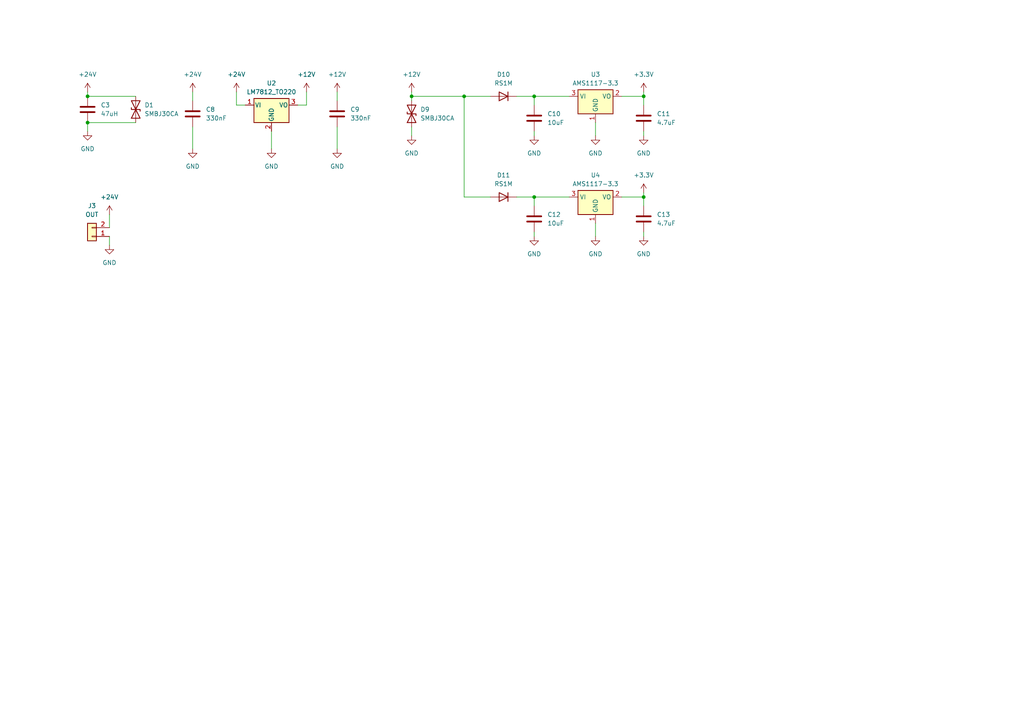
<source format=kicad_sch>
(kicad_sch (version 20230121) (generator eeschema)

  (uuid 328691ab-e5e1-4a53-aaf9-ee7db384a88e)

  (paper "A4")

  (lib_symbols
    (symbol "Connector_Generic:Conn_01x02" (pin_names (offset 1.016) hide) (in_bom yes) (on_board yes)
      (property "Reference" "J" (at 0 2.54 0)
        (effects (font (size 1.27 1.27)))
      )
      (property "Value" "Conn_01x02" (at 0 -5.08 0)
        (effects (font (size 1.27 1.27)))
      )
      (property "Footprint" "" (at 0 0 0)
        (effects (font (size 1.27 1.27)) hide)
      )
      (property "Datasheet" "~" (at 0 0 0)
        (effects (font (size 1.27 1.27)) hide)
      )
      (property "ki_keywords" "connector" (at 0 0 0)
        (effects (font (size 1.27 1.27)) hide)
      )
      (property "ki_description" "Generic connector, single row, 01x02, script generated (kicad-library-utils/schlib/autogen/connector/)" (at 0 0 0)
        (effects (font (size 1.27 1.27)) hide)
      )
      (property "ki_fp_filters" "Connector*:*_1x??_*" (at 0 0 0)
        (effects (font (size 1.27 1.27)) hide)
      )
      (symbol "Conn_01x02_1_1"
        (rectangle (start -1.27 -2.413) (end 0 -2.667)
          (stroke (width 0.1524) (type default))
          (fill (type none))
        )
        (rectangle (start -1.27 0.127) (end 0 -0.127)
          (stroke (width 0.1524) (type default))
          (fill (type none))
        )
        (rectangle (start -1.27 1.27) (end 1.27 -3.81)
          (stroke (width 0.254) (type default))
          (fill (type background))
        )
        (pin passive line (at -5.08 0 0) (length 3.81)
          (name "Pin_1" (effects (font (size 1.27 1.27))))
          (number "1" (effects (font (size 1.27 1.27))))
        )
        (pin passive line (at -5.08 -2.54 0) (length 3.81)
          (name "Pin_2" (effects (font (size 1.27 1.27))))
          (number "2" (effects (font (size 1.27 1.27))))
        )
      )
    )
    (symbol "Device:C" (pin_numbers hide) (pin_names (offset 0.254)) (in_bom yes) (on_board yes)
      (property "Reference" "C" (at 0.635 2.54 0)
        (effects (font (size 1.27 1.27)) (justify left))
      )
      (property "Value" "C" (at 0.635 -2.54 0)
        (effects (font (size 1.27 1.27)) (justify left))
      )
      (property "Footprint" "" (at 0.9652 -3.81 0)
        (effects (font (size 1.27 1.27)) hide)
      )
      (property "Datasheet" "~" (at 0 0 0)
        (effects (font (size 1.27 1.27)) hide)
      )
      (property "ki_keywords" "cap capacitor" (at 0 0 0)
        (effects (font (size 1.27 1.27)) hide)
      )
      (property "ki_description" "Unpolarized capacitor" (at 0 0 0)
        (effects (font (size 1.27 1.27)) hide)
      )
      (property "ki_fp_filters" "C_*" (at 0 0 0)
        (effects (font (size 1.27 1.27)) hide)
      )
      (symbol "C_0_1"
        (polyline
          (pts
            (xy -2.032 -0.762)
            (xy 2.032 -0.762)
          )
          (stroke (width 0.508) (type default))
          (fill (type none))
        )
        (polyline
          (pts
            (xy -2.032 0.762)
            (xy 2.032 0.762)
          )
          (stroke (width 0.508) (type default))
          (fill (type none))
        )
      )
      (symbol "C_1_1"
        (pin passive line (at 0 3.81 270) (length 2.794)
          (name "~" (effects (font (size 1.27 1.27))))
          (number "1" (effects (font (size 1.27 1.27))))
        )
        (pin passive line (at 0 -3.81 90) (length 2.794)
          (name "~" (effects (font (size 1.27 1.27))))
          (number "2" (effects (font (size 1.27 1.27))))
        )
      )
    )
    (symbol "Device:D" (pin_numbers hide) (pin_names (offset 1.016) hide) (in_bom yes) (on_board yes)
      (property "Reference" "D" (at 0 2.54 0)
        (effects (font (size 1.27 1.27)))
      )
      (property "Value" "D" (at 0 -2.54 0)
        (effects (font (size 1.27 1.27)))
      )
      (property "Footprint" "" (at 0 0 0)
        (effects (font (size 1.27 1.27)) hide)
      )
      (property "Datasheet" "~" (at 0 0 0)
        (effects (font (size 1.27 1.27)) hide)
      )
      (property "Sim.Device" "D" (at 0 0 0)
        (effects (font (size 1.27 1.27)) hide)
      )
      (property "Sim.Pins" "1=K 2=A" (at 0 0 0)
        (effects (font (size 1.27 1.27)) hide)
      )
      (property "ki_keywords" "diode" (at 0 0 0)
        (effects (font (size 1.27 1.27)) hide)
      )
      (property "ki_description" "Diode" (at 0 0 0)
        (effects (font (size 1.27 1.27)) hide)
      )
      (property "ki_fp_filters" "TO-???* *_Diode_* *SingleDiode* D_*" (at 0 0 0)
        (effects (font (size 1.27 1.27)) hide)
      )
      (symbol "D_0_1"
        (polyline
          (pts
            (xy -1.27 1.27)
            (xy -1.27 -1.27)
          )
          (stroke (width 0.254) (type default))
          (fill (type none))
        )
        (polyline
          (pts
            (xy 1.27 0)
            (xy -1.27 0)
          )
          (stroke (width 0) (type default))
          (fill (type none))
        )
        (polyline
          (pts
            (xy 1.27 1.27)
            (xy 1.27 -1.27)
            (xy -1.27 0)
            (xy 1.27 1.27)
          )
          (stroke (width 0.254) (type default))
          (fill (type none))
        )
      )
      (symbol "D_1_1"
        (pin passive line (at -3.81 0 0) (length 2.54)
          (name "K" (effects (font (size 1.27 1.27))))
          (number "1" (effects (font (size 1.27 1.27))))
        )
        (pin passive line (at 3.81 0 180) (length 2.54)
          (name "A" (effects (font (size 1.27 1.27))))
          (number "2" (effects (font (size 1.27 1.27))))
        )
      )
    )
    (symbol "Device:D_TVS" (pin_numbers hide) (pin_names (offset 1.016) hide) (in_bom yes) (on_board yes)
      (property "Reference" "D" (at 0 2.54 0)
        (effects (font (size 1.27 1.27)))
      )
      (property "Value" "D_TVS" (at 0 -2.54 0)
        (effects (font (size 1.27 1.27)))
      )
      (property "Footprint" "" (at 0 0 0)
        (effects (font (size 1.27 1.27)) hide)
      )
      (property "Datasheet" "~" (at 0 0 0)
        (effects (font (size 1.27 1.27)) hide)
      )
      (property "ki_keywords" "diode TVS thyrector" (at 0 0 0)
        (effects (font (size 1.27 1.27)) hide)
      )
      (property "ki_description" "Bidirectional transient-voltage-suppression diode" (at 0 0 0)
        (effects (font (size 1.27 1.27)) hide)
      )
      (property "ki_fp_filters" "TO-???* *_Diode_* *SingleDiode* D_*" (at 0 0 0)
        (effects (font (size 1.27 1.27)) hide)
      )
      (symbol "D_TVS_0_1"
        (polyline
          (pts
            (xy 1.27 0)
            (xy -1.27 0)
          )
          (stroke (width 0) (type default))
          (fill (type none))
        )
        (polyline
          (pts
            (xy 0.508 1.27)
            (xy 0 1.27)
            (xy 0 -1.27)
            (xy -0.508 -1.27)
          )
          (stroke (width 0.254) (type default))
          (fill (type none))
        )
        (polyline
          (pts
            (xy -2.54 1.27)
            (xy -2.54 -1.27)
            (xy 2.54 1.27)
            (xy 2.54 -1.27)
            (xy -2.54 1.27)
          )
          (stroke (width 0.254) (type default))
          (fill (type none))
        )
      )
      (symbol "D_TVS_1_1"
        (pin passive line (at -3.81 0 0) (length 2.54)
          (name "A1" (effects (font (size 1.27 1.27))))
          (number "1" (effects (font (size 1.27 1.27))))
        )
        (pin passive line (at 3.81 0 180) (length 2.54)
          (name "A2" (effects (font (size 1.27 1.27))))
          (number "2" (effects (font (size 1.27 1.27))))
        )
      )
    )
    (symbol "Regulator_Linear:AMS1117-3.3" (in_bom yes) (on_board yes)
      (property "Reference" "U" (at -3.81 3.175 0)
        (effects (font (size 1.27 1.27)))
      )
      (property "Value" "AMS1117-3.3" (at 0 3.175 0)
        (effects (font (size 1.27 1.27)) (justify left))
      )
      (property "Footprint" "Package_TO_SOT_SMD:SOT-223-3_TabPin2" (at 0 5.08 0)
        (effects (font (size 1.27 1.27)) hide)
      )
      (property "Datasheet" "http://www.advanced-monolithic.com/pdf/ds1117.pdf" (at 2.54 -6.35 0)
        (effects (font (size 1.27 1.27)) hide)
      )
      (property "ki_keywords" "linear regulator ldo fixed positive" (at 0 0 0)
        (effects (font (size 1.27 1.27)) hide)
      )
      (property "ki_description" "1A Low Dropout regulator, positive, 3.3V fixed output, SOT-223" (at 0 0 0)
        (effects (font (size 1.27 1.27)) hide)
      )
      (property "ki_fp_filters" "SOT?223*TabPin2*" (at 0 0 0)
        (effects (font (size 1.27 1.27)) hide)
      )
      (symbol "AMS1117-3.3_0_1"
        (rectangle (start -5.08 -5.08) (end 5.08 1.905)
          (stroke (width 0.254) (type default))
          (fill (type background))
        )
      )
      (symbol "AMS1117-3.3_1_1"
        (pin power_in line (at 0 -7.62 90) (length 2.54)
          (name "GND" (effects (font (size 1.27 1.27))))
          (number "1" (effects (font (size 1.27 1.27))))
        )
        (pin power_out line (at 7.62 0 180) (length 2.54)
          (name "VO" (effects (font (size 1.27 1.27))))
          (number "2" (effects (font (size 1.27 1.27))))
        )
        (pin power_in line (at -7.62 0 0) (length 2.54)
          (name "VI" (effects (font (size 1.27 1.27))))
          (number "3" (effects (font (size 1.27 1.27))))
        )
      )
    )
    (symbol "Regulator_Linear:LM7812_TO220" (pin_names (offset 0.254)) (in_bom yes) (on_board yes)
      (property "Reference" "U" (at -3.81 3.175 0)
        (effects (font (size 1.27 1.27)))
      )
      (property "Value" "LM7812_TO220" (at 0 3.175 0)
        (effects (font (size 1.27 1.27)) (justify left))
      )
      (property "Footprint" "Package_TO_SOT_THT:TO-220-3_Vertical" (at 0 5.715 0)
        (effects (font (size 1.27 1.27) italic) hide)
      )
      (property "Datasheet" "https://www.onsemi.cn/PowerSolutions/document/MC7800-D.PDF" (at 0 -1.27 0)
        (effects (font (size 1.27 1.27)) hide)
      )
      (property "ki_keywords" "Voltage Regulator 1A Positive" (at 0 0 0)
        (effects (font (size 1.27 1.27)) hide)
      )
      (property "ki_description" "Positive 1A 35V Linear Regulator, Fixed Output 12V, TO-220" (at 0 0 0)
        (effects (font (size 1.27 1.27)) hide)
      )
      (property "ki_fp_filters" "TO?220*" (at 0 0 0)
        (effects (font (size 1.27 1.27)) hide)
      )
      (symbol "LM7812_TO220_0_1"
        (rectangle (start -5.08 1.905) (end 5.08 -5.08)
          (stroke (width 0.254) (type default))
          (fill (type background))
        )
      )
      (symbol "LM7812_TO220_1_1"
        (pin power_in line (at -7.62 0 0) (length 2.54)
          (name "VI" (effects (font (size 1.27 1.27))))
          (number "1" (effects (font (size 1.27 1.27))))
        )
        (pin power_in line (at 0 -7.62 90) (length 2.54)
          (name "GND" (effects (font (size 1.27 1.27))))
          (number "2" (effects (font (size 1.27 1.27))))
        )
        (pin power_out line (at 7.62 0 180) (length 2.54)
          (name "VO" (effects (font (size 1.27 1.27))))
          (number "3" (effects (font (size 1.27 1.27))))
        )
      )
    )
    (symbol "power:+12V" (power) (pin_names (offset 0)) (in_bom yes) (on_board yes)
      (property "Reference" "#PWR" (at 0 -3.81 0)
        (effects (font (size 1.27 1.27)) hide)
      )
      (property "Value" "+12V" (at 0 3.556 0)
        (effects (font (size 1.27 1.27)))
      )
      (property "Footprint" "" (at 0 0 0)
        (effects (font (size 1.27 1.27)) hide)
      )
      (property "Datasheet" "" (at 0 0 0)
        (effects (font (size 1.27 1.27)) hide)
      )
      (property "ki_keywords" "global power" (at 0 0 0)
        (effects (font (size 1.27 1.27)) hide)
      )
      (property "ki_description" "Power symbol creates a global label with name \"+12V\"" (at 0 0 0)
        (effects (font (size 1.27 1.27)) hide)
      )
      (symbol "+12V_0_1"
        (polyline
          (pts
            (xy -0.762 1.27)
            (xy 0 2.54)
          )
          (stroke (width 0) (type default))
          (fill (type none))
        )
        (polyline
          (pts
            (xy 0 0)
            (xy 0 2.54)
          )
          (stroke (width 0) (type default))
          (fill (type none))
        )
        (polyline
          (pts
            (xy 0 2.54)
            (xy 0.762 1.27)
          )
          (stroke (width 0) (type default))
          (fill (type none))
        )
      )
      (symbol "+12V_1_1"
        (pin power_in line (at 0 0 90) (length 0) hide
          (name "+12V" (effects (font (size 1.27 1.27))))
          (number "1" (effects (font (size 1.27 1.27))))
        )
      )
    )
    (symbol "power:+24V" (power) (pin_names (offset 0)) (in_bom yes) (on_board yes)
      (property "Reference" "#PWR" (at 0 -3.81 0)
        (effects (font (size 1.27 1.27)) hide)
      )
      (property "Value" "+24V" (at 0 3.556 0)
        (effects (font (size 1.27 1.27)))
      )
      (property "Footprint" "" (at 0 0 0)
        (effects (font (size 1.27 1.27)) hide)
      )
      (property "Datasheet" "" (at 0 0 0)
        (effects (font (size 1.27 1.27)) hide)
      )
      (property "ki_keywords" "global power" (at 0 0 0)
        (effects (font (size 1.27 1.27)) hide)
      )
      (property "ki_description" "Power symbol creates a global label with name \"+24V\"" (at 0 0 0)
        (effects (font (size 1.27 1.27)) hide)
      )
      (symbol "+24V_0_1"
        (polyline
          (pts
            (xy -0.762 1.27)
            (xy 0 2.54)
          )
          (stroke (width 0) (type default))
          (fill (type none))
        )
        (polyline
          (pts
            (xy 0 0)
            (xy 0 2.54)
          )
          (stroke (width 0) (type default))
          (fill (type none))
        )
        (polyline
          (pts
            (xy 0 2.54)
            (xy 0.762 1.27)
          )
          (stroke (width 0) (type default))
          (fill (type none))
        )
      )
      (symbol "+24V_1_1"
        (pin power_in line (at 0 0 90) (length 0) hide
          (name "+24V" (effects (font (size 1.27 1.27))))
          (number "1" (effects (font (size 1.27 1.27))))
        )
      )
    )
    (symbol "power:+3.3V" (power) (pin_names (offset 0)) (in_bom yes) (on_board yes)
      (property "Reference" "#PWR" (at 0 -3.81 0)
        (effects (font (size 1.27 1.27)) hide)
      )
      (property "Value" "+3.3V" (at 0 3.556 0)
        (effects (font (size 1.27 1.27)))
      )
      (property "Footprint" "" (at 0 0 0)
        (effects (font (size 1.27 1.27)) hide)
      )
      (property "Datasheet" "" (at 0 0 0)
        (effects (font (size 1.27 1.27)) hide)
      )
      (property "ki_keywords" "global power" (at 0 0 0)
        (effects (font (size 1.27 1.27)) hide)
      )
      (property "ki_description" "Power symbol creates a global label with name \"+3.3V\"" (at 0 0 0)
        (effects (font (size 1.27 1.27)) hide)
      )
      (symbol "+3.3V_0_1"
        (polyline
          (pts
            (xy -0.762 1.27)
            (xy 0 2.54)
          )
          (stroke (width 0) (type default))
          (fill (type none))
        )
        (polyline
          (pts
            (xy 0 0)
            (xy 0 2.54)
          )
          (stroke (width 0) (type default))
          (fill (type none))
        )
        (polyline
          (pts
            (xy 0 2.54)
            (xy 0.762 1.27)
          )
          (stroke (width 0) (type default))
          (fill (type none))
        )
      )
      (symbol "+3.3V_1_1"
        (pin power_in line (at 0 0 90) (length 0) hide
          (name "+3.3V" (effects (font (size 1.27 1.27))))
          (number "1" (effects (font (size 1.27 1.27))))
        )
      )
    )
    (symbol "power:GND" (power) (pin_names (offset 0)) (in_bom yes) (on_board yes)
      (property "Reference" "#PWR" (at 0 -6.35 0)
        (effects (font (size 1.27 1.27)) hide)
      )
      (property "Value" "GND" (at 0 -3.81 0)
        (effects (font (size 1.27 1.27)))
      )
      (property "Footprint" "" (at 0 0 0)
        (effects (font (size 1.27 1.27)) hide)
      )
      (property "Datasheet" "" (at 0 0 0)
        (effects (font (size 1.27 1.27)) hide)
      )
      (property "ki_keywords" "global power" (at 0 0 0)
        (effects (font (size 1.27 1.27)) hide)
      )
      (property "ki_description" "Power symbol creates a global label with name \"GND\" , ground" (at 0 0 0)
        (effects (font (size 1.27 1.27)) hide)
      )
      (symbol "GND_0_1"
        (polyline
          (pts
            (xy 0 0)
            (xy 0 -1.27)
            (xy 1.27 -1.27)
            (xy 0 -2.54)
            (xy -1.27 -1.27)
            (xy 0 -1.27)
          )
          (stroke (width 0) (type default))
          (fill (type none))
        )
      )
      (symbol "GND_1_1"
        (pin power_in line (at 0 0 270) (length 0) hide
          (name "GND" (effects (font (size 1.27 1.27))))
          (number "1" (effects (font (size 1.27 1.27))))
        )
      )
    )
  )

  (junction (at 25.4 27.94) (diameter 0) (color 0 0 0 0)
    (uuid 34546b25-2b71-4ee1-83fe-7e94719b076d)
  )
  (junction (at 154.94 27.94) (diameter 0) (color 0 0 0 0)
    (uuid 40651f4f-0ec8-424f-9934-9ab450be1435)
  )
  (junction (at 186.69 57.15) (diameter 0) (color 0 0 0 0)
    (uuid 7e32b914-1a51-4219-8482-2b6eb48e5730)
  )
  (junction (at 134.62 27.94) (diameter 0) (color 0 0 0 0)
    (uuid 81a9040a-e6fa-42c8-b12e-d25875e7f2cc)
  )
  (junction (at 119.38 27.94) (diameter 0) (color 0 0 0 0)
    (uuid b7cea20a-49b4-47a2-bd8d-ff8910f322f1)
  )
  (junction (at 154.94 57.15) (diameter 0) (color 0 0 0 0)
    (uuid d8da5277-34d1-4697-9926-715c80f684f2)
  )
  (junction (at 25.4 35.56) (diameter 0) (color 0 0 0 0)
    (uuid ebcae6e0-7606-471c-aad0-2a52467538c6)
  )
  (junction (at 186.69 27.94) (diameter 0) (color 0 0 0 0)
    (uuid f9131b4f-9d18-4639-b444-b701ae6ae03c)
  )

  (wire (pts (xy 186.69 38.1) (xy 186.69 39.37))
    (stroke (width 0) (type default))
    (uuid 0f4bab55-c7c4-4ed4-ad11-64842ca79a51)
  )
  (wire (pts (xy 180.34 57.15) (xy 186.69 57.15))
    (stroke (width 0) (type default))
    (uuid 10bf3e4e-620b-4dbb-8cae-c7c3b0ccd1b1)
  )
  (wire (pts (xy 186.69 27.94) (xy 186.69 30.48))
    (stroke (width 0) (type default))
    (uuid 13ef12a8-ee82-4f87-bae8-5d4410ef9d62)
  )
  (wire (pts (xy 25.4 26.67) (xy 25.4 27.94))
    (stroke (width 0) (type default))
    (uuid 17966fde-f946-4ee5-b8b7-c3aa6d8bdc25)
  )
  (wire (pts (xy 149.86 57.15) (xy 154.94 57.15))
    (stroke (width 0) (type default))
    (uuid 1c2e4123-7000-4bb0-916c-1c73dbd77f48)
  )
  (wire (pts (xy 25.4 35.56) (xy 39.37 35.56))
    (stroke (width 0) (type default))
    (uuid 1d6b654c-c5e4-4723-a359-9de1b21e5ad6)
  )
  (wire (pts (xy 88.9 26.67) (xy 88.9 30.48))
    (stroke (width 0) (type default))
    (uuid 2e48f849-1305-49a7-b1d6-1279121ce00e)
  )
  (wire (pts (xy 97.79 26.67) (xy 97.79 29.21))
    (stroke (width 0) (type default))
    (uuid 336c7680-2245-4afb-ba26-56571a5989bb)
  )
  (wire (pts (xy 31.75 68.58) (xy 31.75 71.12))
    (stroke (width 0) (type default))
    (uuid 3708d2f9-4abc-4d5a-a5b4-3ddd672c1ebf)
  )
  (wire (pts (xy 154.94 68.58) (xy 154.94 67.31))
    (stroke (width 0) (type default))
    (uuid 3eed3ab2-485c-4114-ac9b-7d9d0ee2bc21)
  )
  (wire (pts (xy 68.58 26.67) (xy 68.58 30.48))
    (stroke (width 0) (type default))
    (uuid 421cba22-17a9-45e7-a4e6-f0805af9fb08)
  )
  (wire (pts (xy 88.9 30.48) (xy 86.36 30.48))
    (stroke (width 0) (type default))
    (uuid 42ceb792-9066-456b-a11c-1a1f12258c38)
  )
  (wire (pts (xy 154.94 27.94) (xy 165.1 27.94))
    (stroke (width 0) (type default))
    (uuid 451fd1a7-f0bc-44e1-9cba-aae36827e7ce)
  )
  (wire (pts (xy 154.94 27.94) (xy 154.94 30.48))
    (stroke (width 0) (type default))
    (uuid 45a55dc3-7e95-414f-b993-4962b032f3a3)
  )
  (wire (pts (xy 172.72 64.77) (xy 172.72 68.58))
    (stroke (width 0) (type default))
    (uuid 48447737-eec0-47b0-bf8d-5ec7a0b99bb3)
  )
  (wire (pts (xy 119.38 27.94) (xy 134.62 27.94))
    (stroke (width 0) (type default))
    (uuid 4951ed21-2520-4311-84aa-37842ccdf11f)
  )
  (wire (pts (xy 78.74 38.1) (xy 78.74 43.18))
    (stroke (width 0) (type default))
    (uuid 59d27f5a-38d8-461f-ae5f-69b566a2d3ed)
  )
  (wire (pts (xy 55.88 36.83) (xy 55.88 43.18))
    (stroke (width 0) (type default))
    (uuid 5d9608c4-830f-4f59-b544-9e4123ad52c4)
  )
  (wire (pts (xy 154.94 57.15) (xy 165.1 57.15))
    (stroke (width 0) (type default))
    (uuid 65a85d5d-1283-41b5-9cc8-85106efab164)
  )
  (wire (pts (xy 31.75 62.23) (xy 31.75 66.04))
    (stroke (width 0) (type default))
    (uuid 67229add-0f80-470a-8ea2-b64cd82ecc73)
  )
  (wire (pts (xy 55.88 26.67) (xy 55.88 29.21))
    (stroke (width 0) (type default))
    (uuid 6c8ece8a-f602-4c82-8fb4-fa8fe0302b74)
  )
  (wire (pts (xy 25.4 35.56) (xy 25.4 38.1))
    (stroke (width 0) (type default))
    (uuid 6d8b9f24-7bbc-42d8-accb-97d94a5c13a8)
  )
  (wire (pts (xy 186.69 26.67) (xy 186.69 27.94))
    (stroke (width 0) (type default))
    (uuid 720360e5-40be-4b29-92de-4b60ae101b0e)
  )
  (wire (pts (xy 172.72 35.56) (xy 172.72 39.37))
    (stroke (width 0) (type default))
    (uuid 736025c7-bf06-408e-814f-ebee206a96cf)
  )
  (wire (pts (xy 68.58 30.48) (xy 71.12 30.48))
    (stroke (width 0) (type default))
    (uuid 80f24255-7e2b-4838-a0e5-89dd423bb34b)
  )
  (wire (pts (xy 180.34 27.94) (xy 186.69 27.94))
    (stroke (width 0) (type default))
    (uuid 88949c9c-3a92-497a-b987-e30d4ecdb357)
  )
  (wire (pts (xy 186.69 57.15) (xy 186.69 59.69))
    (stroke (width 0) (type default))
    (uuid 922d6138-cbf0-4a5c-9d5c-313f8058f131)
  )
  (wire (pts (xy 134.62 27.94) (xy 142.24 27.94))
    (stroke (width 0) (type default))
    (uuid 9901bfff-b793-4687-9078-cc63153f30fb)
  )
  (wire (pts (xy 149.86 27.94) (xy 154.94 27.94))
    (stroke (width 0) (type default))
    (uuid af68e413-f414-4103-bcea-39a0f2a93fd5)
  )
  (wire (pts (xy 154.94 39.37) (xy 154.94 38.1))
    (stroke (width 0) (type default))
    (uuid b96c9104-9587-41ae-83d0-ee474238af16)
  )
  (wire (pts (xy 97.79 36.83) (xy 97.79 43.18))
    (stroke (width 0) (type default))
    (uuid c99495d9-034b-4028-b3b7-8cd4b463fd17)
  )
  (wire (pts (xy 119.38 26.67) (xy 119.38 27.94))
    (stroke (width 0) (type default))
    (uuid cafc8166-b9f5-4d2d-9d19-3e5b90e36841)
  )
  (wire (pts (xy 134.62 57.15) (xy 134.62 27.94))
    (stroke (width 0) (type default))
    (uuid cbec2d3a-fbd4-47be-9940-76b1ae5f6f9c)
  )
  (wire (pts (xy 186.69 67.31) (xy 186.69 68.58))
    (stroke (width 0) (type default))
    (uuid d547feaa-cd20-4ae8-9562-2bb66648762d)
  )
  (wire (pts (xy 142.24 57.15) (xy 134.62 57.15))
    (stroke (width 0) (type default))
    (uuid dbe08efe-6b62-4df7-9923-285e0f54835e)
  )
  (wire (pts (xy 119.38 36.83) (xy 119.38 39.37))
    (stroke (width 0) (type default))
    (uuid f50029f6-e05c-46b3-9400-0d474a1648b3)
  )
  (wire (pts (xy 119.38 27.94) (xy 119.38 29.21))
    (stroke (width 0) (type default))
    (uuid f5b0ba38-5c33-44d8-ac04-f3a088cd1d5b)
  )
  (wire (pts (xy 154.94 57.15) (xy 154.94 59.69))
    (stroke (width 0) (type default))
    (uuid f75695d3-8cdf-4cdf-8c95-dc6cc3972f3e)
  )
  (wire (pts (xy 25.4 27.94) (xy 39.37 27.94))
    (stroke (width 0) (type default))
    (uuid faed9d30-be86-4086-b8b6-d8bf11ceecea)
  )
  (wire (pts (xy 186.69 55.88) (xy 186.69 57.15))
    (stroke (width 0) (type default))
    (uuid fdb865eb-3e52-4f9d-a805-be84d2be6375)
  )

  (symbol (lib_id "power:+12V") (at 88.9 26.67 0) (unit 1)
    (in_bom yes) (on_board yes) (dnp no) (fields_autoplaced)
    (uuid 03ba97ab-fa4a-43c6-80c3-36d5b6102f3e)
    (property "Reference" "#PWR044" (at 88.9 30.48 0)
      (effects (font (size 1.27 1.27)) hide)
    )
    (property "Value" "+12V" (at 88.9 21.59 0)
      (effects (font (size 1.27 1.27)))
    )
    (property "Footprint" "" (at 88.9 26.67 0)
      (effects (font (size 1.27 1.27)) hide)
    )
    (property "Datasheet" "" (at 88.9 26.67 0)
      (effects (font (size 1.27 1.27)) hide)
    )
    (pin "1" (uuid d4b2c69c-9cc5-4121-8179-fc7587930aee))
    (instances
      (project "piezzo"
        (path "/2a569c31-bb52-4c3d-ae7f-45f2860154f7/cc7bb8c8-5930-44af-a0ae-13376e6493f2"
          (reference "#PWR044") (unit 1)
        )
      )
    )
  )

  (symbol (lib_id "Regulator_Linear:AMS1117-3.3") (at 172.72 57.15 0) (unit 1)
    (in_bom yes) (on_board yes) (dnp no) (fields_autoplaced)
    (uuid 07725db7-3066-41ba-90db-24437e5f831f)
    (property "Reference" "U4" (at 172.72 50.8 0)
      (effects (font (size 1.27 1.27)))
    )
    (property "Value" "AMS1117-3.3" (at 172.72 53.34 0)
      (effects (font (size 1.27 1.27)))
    )
    (property "Footprint" "Package_TO_SOT_SMD:SOT-223-3_TabPin2" (at 172.72 52.07 0)
      (effects (font (size 1.27 1.27)) hide)
    )
    (property "Datasheet" "http://www.advanced-monolithic.com/pdf/ds1117.pdf" (at 175.26 63.5 0)
      (effects (font (size 1.27 1.27)) hide)
    )
    (pin "1" (uuid 424b9f95-8514-49ca-accf-cee3dff46bbe))
    (pin "2" (uuid 81bf24db-f317-4580-96dc-9c8e0f5d961a))
    (pin "3" (uuid 91be4dc6-ab25-487a-9c0f-e9f6b8389e27))
    (instances
      (project "piezzo"
        (path "/2a569c31-bb52-4c3d-ae7f-45f2860154f7/cc7bb8c8-5930-44af-a0ae-13376e6493f2"
          (reference "U4") (unit 1)
        )
      )
    )
  )

  (symbol (lib_id "power:GND") (at 154.94 68.58 0) (unit 1)
    (in_bom yes) (on_board yes) (dnp no) (fields_autoplaced)
    (uuid 14f9a177-2474-4297-81fb-854feaa3047b)
    (property "Reference" "#PWR053" (at 154.94 74.93 0)
      (effects (font (size 1.27 1.27)) hide)
    )
    (property "Value" "GND" (at 154.94 73.66 0)
      (effects (font (size 1.27 1.27)))
    )
    (property "Footprint" "" (at 154.94 68.58 0)
      (effects (font (size 1.27 1.27)) hide)
    )
    (property "Datasheet" "" (at 154.94 68.58 0)
      (effects (font (size 1.27 1.27)) hide)
    )
    (pin "1" (uuid 69982e97-2811-4948-8fca-bcce533a9468))
    (instances
      (project "piezzo"
        (path "/2a569c31-bb52-4c3d-ae7f-45f2860154f7/cc7bb8c8-5930-44af-a0ae-13376e6493f2"
          (reference "#PWR053") (unit 1)
        )
      )
    )
  )

  (symbol (lib_id "power:GND") (at 186.69 68.58 0) (unit 1)
    (in_bom yes) (on_board yes) (dnp no) (fields_autoplaced)
    (uuid 167ddfc7-6756-4666-9fee-300415a06384)
    (property "Reference" "#PWR056" (at 186.69 74.93 0)
      (effects (font (size 1.27 1.27)) hide)
    )
    (property "Value" "GND" (at 186.69 73.66 0)
      (effects (font (size 1.27 1.27)))
    )
    (property "Footprint" "" (at 186.69 68.58 0)
      (effects (font (size 1.27 1.27)) hide)
    )
    (property "Datasheet" "" (at 186.69 68.58 0)
      (effects (font (size 1.27 1.27)) hide)
    )
    (pin "1" (uuid b2cd5c92-a97a-413d-add7-35a9577c83c4))
    (instances
      (project "piezzo"
        (path "/2a569c31-bb52-4c3d-ae7f-45f2860154f7/cc7bb8c8-5930-44af-a0ae-13376e6493f2"
          (reference "#PWR056") (unit 1)
        )
      )
    )
  )

  (symbol (lib_id "Device:C") (at 25.4 31.75 180) (unit 1)
    (in_bom yes) (on_board yes) (dnp no) (fields_autoplaced)
    (uuid 20101f54-fa95-4b59-8890-dfa50385ef12)
    (property "Reference" "C3" (at 29.21 30.48 0)
      (effects (font (size 1.27 1.27)) (justify right))
    )
    (property "Value" "47uH" (at 29.21 33.02 0)
      (effects (font (size 1.27 1.27)) (justify right))
    )
    (property "Footprint" "Capacitor_THT:CP_Radial_D5.0mm_P2.50mm" (at 24.4348 27.94 0)
      (effects (font (size 1.27 1.27)) hide)
    )
    (property "Datasheet" "~" (at 25.4 31.75 0)
      (effects (font (size 1.27 1.27)) hide)
    )
    (pin "1" (uuid 1d9bc986-8d76-426c-b7fc-8bf8b7cceeda))
    (pin "2" (uuid a037d70f-e71c-4917-b51f-dcc96143b33f))
    (instances
      (project "piezzo"
        (path "/2a569c31-bb52-4c3d-ae7f-45f2860154f7/cc7bb8c8-5930-44af-a0ae-13376e6493f2"
          (reference "C3") (unit 1)
        )
      )
    )
  )

  (symbol (lib_id "power:+12V") (at 119.38 26.67 0) (unit 1)
    (in_bom yes) (on_board yes) (dnp no) (fields_autoplaced)
    (uuid 21e4c5e4-00d5-4a47-a483-66540b2388f7)
    (property "Reference" "#PWR047" (at 119.38 30.48 0)
      (effects (font (size 1.27 1.27)) hide)
    )
    (property "Value" "+12V" (at 119.38 21.59 0)
      (effects (font (size 1.27 1.27)))
    )
    (property "Footprint" "" (at 119.38 26.67 0)
      (effects (font (size 1.27 1.27)) hide)
    )
    (property "Datasheet" "" (at 119.38 26.67 0)
      (effects (font (size 1.27 1.27)) hide)
    )
    (pin "1" (uuid 115e412a-e976-46ef-8902-98c75088064e))
    (instances
      (project "piezzo"
        (path "/2a569c31-bb52-4c3d-ae7f-45f2860154f7/cc7bb8c8-5930-44af-a0ae-13376e6493f2"
          (reference "#PWR047") (unit 1)
        )
      )
    )
  )

  (symbol (lib_id "power:GND") (at 186.69 39.37 0) (unit 1)
    (in_bom yes) (on_board yes) (dnp no) (fields_autoplaced)
    (uuid 22e99592-9df4-4612-94ef-9400abd25079)
    (property "Reference" "#PWR051" (at 186.69 45.72 0)
      (effects (font (size 1.27 1.27)) hide)
    )
    (property "Value" "GND" (at 186.69 44.45 0)
      (effects (font (size 1.27 1.27)))
    )
    (property "Footprint" "" (at 186.69 39.37 0)
      (effects (font (size 1.27 1.27)) hide)
    )
    (property "Datasheet" "" (at 186.69 39.37 0)
      (effects (font (size 1.27 1.27)) hide)
    )
    (pin "1" (uuid 301fbf54-ed5f-40de-b439-17207dc9370c))
    (instances
      (project "piezzo"
        (path "/2a569c31-bb52-4c3d-ae7f-45f2860154f7/cc7bb8c8-5930-44af-a0ae-13376e6493f2"
          (reference "#PWR051") (unit 1)
        )
      )
    )
  )

  (symbol (lib_id "Device:C") (at 97.79 33.02 180) (unit 1)
    (in_bom yes) (on_board yes) (dnp no) (fields_autoplaced)
    (uuid 2547deb2-b926-4a3f-8bfe-7547bb52845e)
    (property "Reference" "C9" (at 101.6 31.75 0)
      (effects (font (size 1.27 1.27)) (justify right))
    )
    (property "Value" "330nF" (at 101.6 34.29 0)
      (effects (font (size 1.27 1.27)) (justify right))
    )
    (property "Footprint" "Capacitor_SMD:C_0603_1608Metric" (at 96.8248 29.21 0)
      (effects (font (size 1.27 1.27)) hide)
    )
    (property "Datasheet" "~" (at 97.79 33.02 0)
      (effects (font (size 1.27 1.27)) hide)
    )
    (pin "1" (uuid a8d70c73-1a04-4244-a93b-7a3b3932fa33))
    (pin "2" (uuid e127e9b0-8e47-4ab3-a420-c15c1620bef2))
    (instances
      (project "piezzo"
        (path "/2a569c31-bb52-4c3d-ae7f-45f2860154f7/cc7bb8c8-5930-44af-a0ae-13376e6493f2"
          (reference "C9") (unit 1)
        )
      )
    )
  )

  (symbol (lib_id "power:+3.3V") (at 186.69 26.67 0) (unit 1)
    (in_bom yes) (on_board yes) (dnp no) (fields_autoplaced)
    (uuid 3e6f714b-b423-4ea3-aaa4-5e16f0c867a9)
    (property "Reference" "#PWR052" (at 186.69 30.48 0)
      (effects (font (size 1.27 1.27)) hide)
    )
    (property "Value" "+3.3V" (at 186.69 21.59 0)
      (effects (font (size 1.27 1.27)))
    )
    (property "Footprint" "" (at 186.69 26.67 0)
      (effects (font (size 1.27 1.27)) hide)
    )
    (property "Datasheet" "" (at 186.69 26.67 0)
      (effects (font (size 1.27 1.27)) hide)
    )
    (pin "1" (uuid e390cc18-4f69-47fc-a624-09de1da8a6e1))
    (instances
      (project "piezzo"
        (path "/2a569c31-bb52-4c3d-ae7f-45f2860154f7/cc7bb8c8-5930-44af-a0ae-13376e6493f2"
          (reference "#PWR052") (unit 1)
        )
      )
    )
  )

  (symbol (lib_id "Regulator_Linear:LM7812_TO220") (at 78.74 30.48 0) (unit 1)
    (in_bom yes) (on_board yes) (dnp no) (fields_autoplaced)
    (uuid 4d8ba55b-bec5-485b-b224-ff032264426c)
    (property "Reference" "U2" (at 78.74 24.13 0)
      (effects (font (size 1.27 1.27)))
    )
    (property "Value" "LM7812_TO220" (at 78.74 26.67 0)
      (effects (font (size 1.27 1.27)))
    )
    (property "Footprint" "Package_TO_SOT_THT:TO-220-3_Vertical" (at 78.74 24.765 0)
      (effects (font (size 1.27 1.27) italic) hide)
    )
    (property "Datasheet" "https://www.onsemi.cn/PowerSolutions/document/MC7800-D.PDF" (at 78.74 31.75 0)
      (effects (font (size 1.27 1.27)) hide)
    )
    (pin "1" (uuid 8ab89e0f-c836-4206-882b-321be397dcf4))
    (pin "2" (uuid ed7cf7d1-0ffa-4007-b42e-6b30ad671f65))
    (pin "3" (uuid a60a647c-609d-4c45-8063-2c3cc01d1e53))
    (instances
      (project "piezzo"
        (path "/2a569c31-bb52-4c3d-ae7f-45f2860154f7/cc7bb8c8-5930-44af-a0ae-13376e6493f2"
          (reference "U2") (unit 1)
        )
      )
    )
  )

  (symbol (lib_id "power:+24V") (at 31.75 62.23 0) (unit 1)
    (in_bom yes) (on_board yes) (dnp no) (fields_autoplaced)
    (uuid 5071cf2b-66c0-4243-b4c4-b5b9a0a13fc2)
    (property "Reference" "#PWR06" (at 31.75 66.04 0)
      (effects (font (size 1.27 1.27)) hide)
    )
    (property "Value" "+24V" (at 31.75 57.15 0)
      (effects (font (size 1.27 1.27)))
    )
    (property "Footprint" "" (at 31.75 62.23 0)
      (effects (font (size 1.27 1.27)) hide)
    )
    (property "Datasheet" "" (at 31.75 62.23 0)
      (effects (font (size 1.27 1.27)) hide)
    )
    (pin "1" (uuid 94e680f1-28a5-45f6-84e0-7f0abb025a36))
    (instances
      (project "piezzo"
        (path "/2a569c31-bb52-4c3d-ae7f-45f2860154f7/cc7bb8c8-5930-44af-a0ae-13376e6493f2"
          (reference "#PWR06") (unit 1)
        )
      )
    )
  )

  (symbol (lib_id "power:GND") (at 31.75 71.12 0) (unit 1)
    (in_bom yes) (on_board yes) (dnp no) (fields_autoplaced)
    (uuid 51e8a460-10d9-4555-b616-6fe80496dae3)
    (property "Reference" "#PWR016" (at 31.75 77.47 0)
      (effects (font (size 1.27 1.27)) hide)
    )
    (property "Value" "GND" (at 31.75 76.2 0)
      (effects (font (size 1.27 1.27)))
    )
    (property "Footprint" "" (at 31.75 71.12 0)
      (effects (font (size 1.27 1.27)) hide)
    )
    (property "Datasheet" "" (at 31.75 71.12 0)
      (effects (font (size 1.27 1.27)) hide)
    )
    (pin "1" (uuid b2de6d7f-80d8-4c90-8044-6b73a549753a))
    (instances
      (project "piezzo"
        (path "/2a569c31-bb52-4c3d-ae7f-45f2860154f7/cc7bb8c8-5930-44af-a0ae-13376e6493f2"
          (reference "#PWR016") (unit 1)
        )
      )
    )
  )

  (symbol (lib_id "power:GND") (at 97.79 43.18 0) (unit 1)
    (in_bom yes) (on_board yes) (dnp no) (fields_autoplaced)
    (uuid 56f33979-02d1-4ee5-a41a-193ccb9a8ab6)
    (property "Reference" "#PWR046" (at 97.79 49.53 0)
      (effects (font (size 1.27 1.27)) hide)
    )
    (property "Value" "GND" (at 97.79 48.26 0)
      (effects (font (size 1.27 1.27)))
    )
    (property "Footprint" "" (at 97.79 43.18 0)
      (effects (font (size 1.27 1.27)) hide)
    )
    (property "Datasheet" "" (at 97.79 43.18 0)
      (effects (font (size 1.27 1.27)) hide)
    )
    (pin "1" (uuid c0c841a0-483e-4a4c-808d-13a5e34e8208))
    (instances
      (project "piezzo"
        (path "/2a569c31-bb52-4c3d-ae7f-45f2860154f7/cc7bb8c8-5930-44af-a0ae-13376e6493f2"
          (reference "#PWR046") (unit 1)
        )
      )
    )
  )

  (symbol (lib_id "Device:D") (at 146.05 57.15 180) (unit 1)
    (in_bom yes) (on_board yes) (dnp no) (fields_autoplaced)
    (uuid 574559f7-47b4-4bab-bfbc-5bb8e7ef8282)
    (property "Reference" "D11" (at 146.05 50.8 0)
      (effects (font (size 1.27 1.27)))
    )
    (property "Value" "RS1M" (at 146.05 53.34 0)
      (effects (font (size 1.27 1.27)))
    )
    (property "Footprint" "Diode_SMD:D_MELF" (at 146.05 57.15 0)
      (effects (font (size 1.27 1.27)) hide)
    )
    (property "Datasheet" "~" (at 146.05 57.15 0)
      (effects (font (size 1.27 1.27)) hide)
    )
    (property "Sim.Device" "D" (at 146.05 57.15 0)
      (effects (font (size 1.27 1.27)) hide)
    )
    (property "Sim.Pins" "1=K 2=A" (at 146.05 57.15 0)
      (effects (font (size 1.27 1.27)) hide)
    )
    (pin "1" (uuid 6570bc9c-04d4-4622-8f3c-7a003c379b3c))
    (pin "2" (uuid ea8ccfad-f148-48b1-be02-7b0b11c6e8ef))
    (instances
      (project "piezzo"
        (path "/2a569c31-bb52-4c3d-ae7f-45f2860154f7/cc7bb8c8-5930-44af-a0ae-13376e6493f2"
          (reference "D11") (unit 1)
        )
      )
    )
  )

  (symbol (lib_id "Regulator_Linear:AMS1117-3.3") (at 172.72 27.94 0) (unit 1)
    (in_bom yes) (on_board yes) (dnp no) (fields_autoplaced)
    (uuid 5dfb57d6-946c-4bbd-8fcb-3815459207cf)
    (property "Reference" "U3" (at 172.72 21.59 0)
      (effects (font (size 1.27 1.27)))
    )
    (property "Value" "AMS1117-3.3" (at 172.72 24.13 0)
      (effects (font (size 1.27 1.27)))
    )
    (property "Footprint" "Package_TO_SOT_SMD:SOT-223-3_TabPin2" (at 172.72 22.86 0)
      (effects (font (size 1.27 1.27)) hide)
    )
    (property "Datasheet" "http://www.advanced-monolithic.com/pdf/ds1117.pdf" (at 175.26 34.29 0)
      (effects (font (size 1.27 1.27)) hide)
    )
    (pin "1" (uuid 6c185b93-ad95-42a0-9e97-b54779716036))
    (pin "2" (uuid b37359e4-340c-43c3-ac80-b66930304f7a))
    (pin "3" (uuid b0483603-1dc8-4317-bb1c-d685306471ad))
    (instances
      (project "piezzo"
        (path "/2a569c31-bb52-4c3d-ae7f-45f2860154f7/cc7bb8c8-5930-44af-a0ae-13376e6493f2"
          (reference "U3") (unit 1)
        )
      )
    )
  )

  (symbol (lib_id "power:+24V") (at 68.58 26.67 0) (unit 1)
    (in_bom yes) (on_board yes) (dnp no) (fields_autoplaced)
    (uuid 61484929-90de-4723-a499-153438398349)
    (property "Reference" "#PWR042" (at 68.58 30.48 0)
      (effects (font (size 1.27 1.27)) hide)
    )
    (property "Value" "+24V" (at 68.58 21.59 0)
      (effects (font (size 1.27 1.27)))
    )
    (property "Footprint" "" (at 68.58 26.67 0)
      (effects (font (size 1.27 1.27)) hide)
    )
    (property "Datasheet" "" (at 68.58 26.67 0)
      (effects (font (size 1.27 1.27)) hide)
    )
    (pin "1" (uuid 26d66377-3a28-4092-a012-650e806d54d1))
    (instances
      (project "piezzo"
        (path "/2a569c31-bb52-4c3d-ae7f-45f2860154f7/cc7bb8c8-5930-44af-a0ae-13376e6493f2"
          (reference "#PWR042") (unit 1)
        )
      )
    )
  )

  (symbol (lib_id "Device:D_TVS") (at 39.37 31.75 90) (unit 1)
    (in_bom yes) (on_board yes) (dnp no) (fields_autoplaced)
    (uuid 6717025f-b720-415c-b2da-d6f9a06cf39b)
    (property "Reference" "D1" (at 41.91 30.48 90)
      (effects (font (size 1.27 1.27)) (justify right))
    )
    (property "Value" "SMBJ30CA" (at 41.91 33.02 90)
      (effects (font (size 1.27 1.27)) (justify right))
    )
    (property "Footprint" "Diode_SMD:D_MELF" (at 39.37 31.75 0)
      (effects (font (size 1.27 1.27)) hide)
    )
    (property "Datasheet" "~" (at 39.37 31.75 0)
      (effects (font (size 1.27 1.27)) hide)
    )
    (pin "1" (uuid 2894e5be-132c-42bc-b9b4-6272d7fce39d))
    (pin "2" (uuid cc2e35d5-43ff-4552-873d-4abc0fd20e26))
    (instances
      (project "piezzo"
        (path "/2a569c31-bb52-4c3d-ae7f-45f2860154f7/cc7bb8c8-5930-44af-a0ae-13376e6493f2"
          (reference "D1") (unit 1)
        )
      )
    )
  )

  (symbol (lib_id "power:GND") (at 172.72 68.58 0) (unit 1)
    (in_bom yes) (on_board yes) (dnp no) (fields_autoplaced)
    (uuid 6a51435e-6316-4b41-bf03-487e66b13bd6)
    (property "Reference" "#PWR054" (at 172.72 74.93 0)
      (effects (font (size 1.27 1.27)) hide)
    )
    (property "Value" "GND" (at 172.72 73.66 0)
      (effects (font (size 1.27 1.27)))
    )
    (property "Footprint" "" (at 172.72 68.58 0)
      (effects (font (size 1.27 1.27)) hide)
    )
    (property "Datasheet" "" (at 172.72 68.58 0)
      (effects (font (size 1.27 1.27)) hide)
    )
    (pin "1" (uuid 9639aaf3-574d-4e3c-84ee-4c16e2f6143f))
    (instances
      (project "piezzo"
        (path "/2a569c31-bb52-4c3d-ae7f-45f2860154f7/cc7bb8c8-5930-44af-a0ae-13376e6493f2"
          (reference "#PWR054") (unit 1)
        )
      )
    )
  )

  (symbol (lib_id "Device:C") (at 186.69 63.5 180) (unit 1)
    (in_bom yes) (on_board yes) (dnp no) (fields_autoplaced)
    (uuid 6b736e78-8745-4b48-96ba-d9c0ee9b7333)
    (property "Reference" "C13" (at 190.5 62.23 0)
      (effects (font (size 1.27 1.27)) (justify right))
    )
    (property "Value" "4.7uF" (at 190.5 64.77 0)
      (effects (font (size 1.27 1.27)) (justify right))
    )
    (property "Footprint" "Capacitor_SMD:C_0603_1608Metric" (at 185.7248 59.69 0)
      (effects (font (size 1.27 1.27)) hide)
    )
    (property "Datasheet" "~" (at 186.69 63.5 0)
      (effects (font (size 1.27 1.27)) hide)
    )
    (pin "1" (uuid 90d4ef79-293d-4576-8fc2-bea89753a3dc))
    (pin "2" (uuid 4cc9fc69-89e5-43c5-b086-59bba225bd47))
    (instances
      (project "piezzo"
        (path "/2a569c31-bb52-4c3d-ae7f-45f2860154f7/cc7bb8c8-5930-44af-a0ae-13376e6493f2"
          (reference "C13") (unit 1)
        )
      )
    )
  )

  (symbol (lib_id "Device:D_TVS") (at 119.38 33.02 90) (unit 1)
    (in_bom yes) (on_board yes) (dnp no) (fields_autoplaced)
    (uuid 6c1fd904-5a3a-421f-bc88-051d9f409c84)
    (property "Reference" "D9" (at 121.92 31.75 90)
      (effects (font (size 1.27 1.27)) (justify right))
    )
    (property "Value" "SMBJ30CA" (at 121.92 34.29 90)
      (effects (font (size 1.27 1.27)) (justify right))
    )
    (property "Footprint" "Diode_SMD:D_MELF" (at 119.38 33.02 0)
      (effects (font (size 1.27 1.27)) hide)
    )
    (property "Datasheet" "~" (at 119.38 33.02 0)
      (effects (font (size 1.27 1.27)) hide)
    )
    (pin "1" (uuid 6f217f61-2bb3-436f-ab58-eff17f8573cb))
    (pin "2" (uuid 58c4d6c9-3e0e-490a-85be-17a40d00161a))
    (instances
      (project "piezzo"
        (path "/2a569c31-bb52-4c3d-ae7f-45f2860154f7/cc7bb8c8-5930-44af-a0ae-13376e6493f2"
          (reference "D9") (unit 1)
        )
      )
    )
  )

  (symbol (lib_id "power:+24V") (at 55.88 26.67 0) (unit 1)
    (in_bom yes) (on_board yes) (dnp no) (fields_autoplaced)
    (uuid 7764ed78-7e4a-4902-8598-487bb3b29ca4)
    (property "Reference" "#PWR040" (at 55.88 30.48 0)
      (effects (font (size 1.27 1.27)) hide)
    )
    (property "Value" "+24V" (at 55.88 21.59 0)
      (effects (font (size 1.27 1.27)))
    )
    (property "Footprint" "" (at 55.88 26.67 0)
      (effects (font (size 1.27 1.27)) hide)
    )
    (property "Datasheet" "" (at 55.88 26.67 0)
      (effects (font (size 1.27 1.27)) hide)
    )
    (pin "1" (uuid 456baca9-1aa3-4e4b-8dbc-ae9b69ed50ca))
    (instances
      (project "piezzo"
        (path "/2a569c31-bb52-4c3d-ae7f-45f2860154f7/cc7bb8c8-5930-44af-a0ae-13376e6493f2"
          (reference "#PWR040") (unit 1)
        )
      )
    )
  )

  (symbol (lib_id "Device:C") (at 186.69 34.29 180) (unit 1)
    (in_bom yes) (on_board yes) (dnp no) (fields_autoplaced)
    (uuid 784ae2a8-0be8-4a08-837e-cd1e940b1aa7)
    (property "Reference" "C11" (at 190.5 33.02 0)
      (effects (font (size 1.27 1.27)) (justify right))
    )
    (property "Value" "4.7uF" (at 190.5 35.56 0)
      (effects (font (size 1.27 1.27)) (justify right))
    )
    (property "Footprint" "Capacitor_SMD:C_0603_1608Metric" (at 185.7248 30.48 0)
      (effects (font (size 1.27 1.27)) hide)
    )
    (property "Datasheet" "~" (at 186.69 34.29 0)
      (effects (font (size 1.27 1.27)) hide)
    )
    (pin "1" (uuid df5e61f2-4441-4274-8947-6f7e598411a7))
    (pin "2" (uuid 45ecb2dd-83ef-47f2-bd21-473aadc1ba40))
    (instances
      (project "piezzo"
        (path "/2a569c31-bb52-4c3d-ae7f-45f2860154f7/cc7bb8c8-5930-44af-a0ae-13376e6493f2"
          (reference "C11") (unit 1)
        )
      )
    )
  )

  (symbol (lib_id "power:GND") (at 172.72 39.37 0) (unit 1)
    (in_bom yes) (on_board yes) (dnp no) (fields_autoplaced)
    (uuid 86db9239-233b-488c-beda-408e3b392dcd)
    (property "Reference" "#PWR050" (at 172.72 45.72 0)
      (effects (font (size 1.27 1.27)) hide)
    )
    (property "Value" "GND" (at 172.72 44.45 0)
      (effects (font (size 1.27 1.27)))
    )
    (property "Footprint" "" (at 172.72 39.37 0)
      (effects (font (size 1.27 1.27)) hide)
    )
    (property "Datasheet" "" (at 172.72 39.37 0)
      (effects (font (size 1.27 1.27)) hide)
    )
    (pin "1" (uuid 767fd60f-2694-4078-bca8-09575fca3833))
    (instances
      (project "piezzo"
        (path "/2a569c31-bb52-4c3d-ae7f-45f2860154f7/cc7bb8c8-5930-44af-a0ae-13376e6493f2"
          (reference "#PWR050") (unit 1)
        )
      )
    )
  )

  (symbol (lib_id "power:GND") (at 25.4 38.1 0) (unit 1)
    (in_bom yes) (on_board yes) (dnp no) (fields_autoplaced)
    (uuid 87b57a92-4bea-4c6b-825d-37bb49231d26)
    (property "Reference" "#PWR08" (at 25.4 44.45 0)
      (effects (font (size 1.27 1.27)) hide)
    )
    (property "Value" "GND" (at 25.4 43.18 0)
      (effects (font (size 1.27 1.27)))
    )
    (property "Footprint" "" (at 25.4 38.1 0)
      (effects (font (size 1.27 1.27)) hide)
    )
    (property "Datasheet" "" (at 25.4 38.1 0)
      (effects (font (size 1.27 1.27)) hide)
    )
    (pin "1" (uuid 6e5fa925-5dd8-4b05-8059-179866b8263d))
    (instances
      (project "piezzo"
        (path "/2a569c31-bb52-4c3d-ae7f-45f2860154f7/cc7bb8c8-5930-44af-a0ae-13376e6493f2"
          (reference "#PWR08") (unit 1)
        )
      )
    )
  )

  (symbol (lib_id "Device:C") (at 154.94 63.5 180) (unit 1)
    (in_bom yes) (on_board yes) (dnp no) (fields_autoplaced)
    (uuid 88a6cb2b-5aea-48fa-b149-ddf72eb8f9a2)
    (property "Reference" "C12" (at 158.75 62.23 0)
      (effects (font (size 1.27 1.27)) (justify right))
    )
    (property "Value" "10uF" (at 158.75 64.77 0)
      (effects (font (size 1.27 1.27)) (justify right))
    )
    (property "Footprint" "Capacitor_SMD:C_0603_1608Metric" (at 153.9748 59.69 0)
      (effects (font (size 1.27 1.27)) hide)
    )
    (property "Datasheet" "~" (at 154.94 63.5 0)
      (effects (font (size 1.27 1.27)) hide)
    )
    (pin "1" (uuid fa0fecc5-61f8-46ce-b18b-2d8be5dc4391))
    (pin "2" (uuid 597fd8ca-5081-489d-b000-2d9ec09155a2))
    (instances
      (project "piezzo"
        (path "/2a569c31-bb52-4c3d-ae7f-45f2860154f7/cc7bb8c8-5930-44af-a0ae-13376e6493f2"
          (reference "C12") (unit 1)
        )
      )
    )
  )

  (symbol (lib_id "power:GND") (at 154.94 39.37 0) (unit 1)
    (in_bom yes) (on_board yes) (dnp no) (fields_autoplaced)
    (uuid 9c14af96-2766-4e7c-9065-16aafcfa6f3b)
    (property "Reference" "#PWR049" (at 154.94 45.72 0)
      (effects (font (size 1.27 1.27)) hide)
    )
    (property "Value" "GND" (at 154.94 44.45 0)
      (effects (font (size 1.27 1.27)))
    )
    (property "Footprint" "" (at 154.94 39.37 0)
      (effects (font (size 1.27 1.27)) hide)
    )
    (property "Datasheet" "" (at 154.94 39.37 0)
      (effects (font (size 1.27 1.27)) hide)
    )
    (pin "1" (uuid 09b1846d-ac49-460e-bb30-96d59ccad124))
    (instances
      (project "piezzo"
        (path "/2a569c31-bb52-4c3d-ae7f-45f2860154f7/cc7bb8c8-5930-44af-a0ae-13376e6493f2"
          (reference "#PWR049") (unit 1)
        )
      )
    )
  )

  (symbol (lib_id "power:GND") (at 78.74 43.18 0) (unit 1)
    (in_bom yes) (on_board yes) (dnp no) (fields_autoplaced)
    (uuid a50b4a5c-a02f-4445-883e-2e8b4f67ca00)
    (property "Reference" "#PWR043" (at 78.74 49.53 0)
      (effects (font (size 1.27 1.27)) hide)
    )
    (property "Value" "GND" (at 78.74 48.26 0)
      (effects (font (size 1.27 1.27)))
    )
    (property "Footprint" "" (at 78.74 43.18 0)
      (effects (font (size 1.27 1.27)) hide)
    )
    (property "Datasheet" "" (at 78.74 43.18 0)
      (effects (font (size 1.27 1.27)) hide)
    )
    (pin "1" (uuid 21198d07-a147-4563-95cc-cc6266fa5489))
    (instances
      (project "piezzo"
        (path "/2a569c31-bb52-4c3d-ae7f-45f2860154f7/cc7bb8c8-5930-44af-a0ae-13376e6493f2"
          (reference "#PWR043") (unit 1)
        )
      )
    )
  )

  (symbol (lib_id "Device:C") (at 55.88 33.02 180) (unit 1)
    (in_bom yes) (on_board yes) (dnp no) (fields_autoplaced)
    (uuid ce8892b9-6113-4685-a226-56642e1b570a)
    (property "Reference" "C8" (at 59.69 31.75 0)
      (effects (font (size 1.27 1.27)) (justify right))
    )
    (property "Value" "330nF" (at 59.69 34.29 0)
      (effects (font (size 1.27 1.27)) (justify right))
    )
    (property "Footprint" "Capacitor_SMD:C_0603_1608Metric" (at 54.9148 29.21 0)
      (effects (font (size 1.27 1.27)) hide)
    )
    (property "Datasheet" "~" (at 55.88 33.02 0)
      (effects (font (size 1.27 1.27)) hide)
    )
    (pin "1" (uuid 55eebb85-2471-4bac-a039-a78a762169ae))
    (pin "2" (uuid 966fcf39-a507-46a1-ad03-8cc6482d5c55))
    (instances
      (project "piezzo"
        (path "/2a569c31-bb52-4c3d-ae7f-45f2860154f7/cc7bb8c8-5930-44af-a0ae-13376e6493f2"
          (reference "C8") (unit 1)
        )
      )
    )
  )

  (symbol (lib_id "power:+12V") (at 97.79 26.67 0) (unit 1)
    (in_bom yes) (on_board yes) (dnp no) (fields_autoplaced)
    (uuid d1e436ce-4187-4632-b01a-2b39af96ea70)
    (property "Reference" "#PWR045" (at 97.79 30.48 0)
      (effects (font (size 1.27 1.27)) hide)
    )
    (property "Value" "+12V" (at 97.79 21.59 0)
      (effects (font (size 1.27 1.27)))
    )
    (property "Footprint" "" (at 97.79 26.67 0)
      (effects (font (size 1.27 1.27)) hide)
    )
    (property "Datasheet" "" (at 97.79 26.67 0)
      (effects (font (size 1.27 1.27)) hide)
    )
    (pin "1" (uuid 09f041af-0362-42b4-bb5d-f595472b3f02))
    (instances
      (project "piezzo"
        (path "/2a569c31-bb52-4c3d-ae7f-45f2860154f7/cc7bb8c8-5930-44af-a0ae-13376e6493f2"
          (reference "#PWR045") (unit 1)
        )
      )
    )
  )

  (symbol (lib_id "power:+24V") (at 25.4 26.67 0) (unit 1)
    (in_bom yes) (on_board yes) (dnp no) (fields_autoplaced)
    (uuid d32f36ae-ddc5-472e-be77-28626f62eb8d)
    (property "Reference" "#PWR07" (at 25.4 30.48 0)
      (effects (font (size 1.27 1.27)) hide)
    )
    (property "Value" "+24V" (at 25.4 21.59 0)
      (effects (font (size 1.27 1.27)))
    )
    (property "Footprint" "" (at 25.4 26.67 0)
      (effects (font (size 1.27 1.27)) hide)
    )
    (property "Datasheet" "" (at 25.4 26.67 0)
      (effects (font (size 1.27 1.27)) hide)
    )
    (pin "1" (uuid 75e14cac-a43e-47e9-a49d-79d0a96415df))
    (instances
      (project "piezzo"
        (path "/2a569c31-bb52-4c3d-ae7f-45f2860154f7/cc7bb8c8-5930-44af-a0ae-13376e6493f2"
          (reference "#PWR07") (unit 1)
        )
      )
    )
  )

  (symbol (lib_id "Device:D") (at 146.05 27.94 180) (unit 1)
    (in_bom yes) (on_board yes) (dnp no) (fields_autoplaced)
    (uuid d4f3f628-1e3d-4405-bb44-cdef6cde1288)
    (property "Reference" "D10" (at 146.05 21.59 0)
      (effects (font (size 1.27 1.27)))
    )
    (property "Value" "RS1M" (at 146.05 24.13 0)
      (effects (font (size 1.27 1.27)))
    )
    (property "Footprint" "Diode_SMD:D_MELF" (at 146.05 27.94 0)
      (effects (font (size 1.27 1.27)) hide)
    )
    (property "Datasheet" "~" (at 146.05 27.94 0)
      (effects (font (size 1.27 1.27)) hide)
    )
    (property "Sim.Device" "D" (at 146.05 27.94 0)
      (effects (font (size 1.27 1.27)) hide)
    )
    (property "Sim.Pins" "1=K 2=A" (at 146.05 27.94 0)
      (effects (font (size 1.27 1.27)) hide)
    )
    (pin "1" (uuid de371043-6167-42e6-99d5-d7d0e030b7e0))
    (pin "2" (uuid 34b465af-70e4-44ee-bc62-e0e76ee68367))
    (instances
      (project "piezzo"
        (path "/2a569c31-bb52-4c3d-ae7f-45f2860154f7/cc7bb8c8-5930-44af-a0ae-13376e6493f2"
          (reference "D10") (unit 1)
        )
      )
    )
  )

  (symbol (lib_id "power:+3.3V") (at 186.69 55.88 0) (unit 1)
    (in_bom yes) (on_board yes) (dnp no) (fields_autoplaced)
    (uuid e5664e56-f7d1-4fba-afde-e84a298b9b9b)
    (property "Reference" "#PWR055" (at 186.69 59.69 0)
      (effects (font (size 1.27 1.27)) hide)
    )
    (property "Value" "+3.3V" (at 186.69 50.8 0)
      (effects (font (size 1.27 1.27)))
    )
    (property "Footprint" "" (at 186.69 55.88 0)
      (effects (font (size 1.27 1.27)) hide)
    )
    (property "Datasheet" "" (at 186.69 55.88 0)
      (effects (font (size 1.27 1.27)) hide)
    )
    (pin "1" (uuid 27142a8e-3fd4-4e08-a864-8dbf2c2780c7))
    (instances
      (project "piezzo"
        (path "/2a569c31-bb52-4c3d-ae7f-45f2860154f7/cc7bb8c8-5930-44af-a0ae-13376e6493f2"
          (reference "#PWR055") (unit 1)
        )
      )
    )
  )

  (symbol (lib_id "power:GND") (at 119.38 39.37 0) (unit 1)
    (in_bom yes) (on_board yes) (dnp no) (fields_autoplaced)
    (uuid e895e24a-4b44-4013-94a1-eed47b74c59e)
    (property "Reference" "#PWR048" (at 119.38 45.72 0)
      (effects (font (size 1.27 1.27)) hide)
    )
    (property "Value" "GND" (at 119.38 44.45 0)
      (effects (font (size 1.27 1.27)))
    )
    (property "Footprint" "" (at 119.38 39.37 0)
      (effects (font (size 1.27 1.27)) hide)
    )
    (property "Datasheet" "" (at 119.38 39.37 0)
      (effects (font (size 1.27 1.27)) hide)
    )
    (pin "1" (uuid 22017367-7faa-45eb-a694-c92a6a74d3b1))
    (instances
      (project "piezzo"
        (path "/2a569c31-bb52-4c3d-ae7f-45f2860154f7/cc7bb8c8-5930-44af-a0ae-13376e6493f2"
          (reference "#PWR048") (unit 1)
        )
      )
    )
  )

  (symbol (lib_id "Device:C") (at 154.94 34.29 180) (unit 1)
    (in_bom yes) (on_board yes) (dnp no) (fields_autoplaced)
    (uuid ef55ee57-f4f4-4970-b1eb-5bad5faf3696)
    (property "Reference" "C10" (at 158.75 33.02 0)
      (effects (font (size 1.27 1.27)) (justify right))
    )
    (property "Value" "10uF" (at 158.75 35.56 0)
      (effects (font (size 1.27 1.27)) (justify right))
    )
    (property "Footprint" "Capacitor_SMD:C_0603_1608Metric" (at 153.9748 30.48 0)
      (effects (font (size 1.27 1.27)) hide)
    )
    (property "Datasheet" "~" (at 154.94 34.29 0)
      (effects (font (size 1.27 1.27)) hide)
    )
    (pin "1" (uuid d6c3fe29-52d2-4da7-802a-7e46a9f4cf5a))
    (pin "2" (uuid 5451bae1-d30d-4a57-affd-9fcac630bb8d))
    (instances
      (project "piezzo"
        (path "/2a569c31-bb52-4c3d-ae7f-45f2860154f7/cc7bb8c8-5930-44af-a0ae-13376e6493f2"
          (reference "C10") (unit 1)
        )
      )
    )
  )

  (symbol (lib_id "Connector_Generic:Conn_01x02") (at 26.67 68.58 180) (unit 1)
    (in_bom yes) (on_board yes) (dnp no) (fields_autoplaced)
    (uuid f2bd792e-2a6b-4ead-8e75-b6a03be34fba)
    (property "Reference" "J3" (at 26.67 59.69 0)
      (effects (font (size 1.27 1.27)))
    )
    (property "Value" "OUT" (at 26.67 62.23 0)
      (effects (font (size 1.27 1.27)))
    )
    (property "Footprint" "Connector_PinHeader_2.54mm:PinHeader_1x02_P2.54mm_Vertical" (at 26.67 68.58 0)
      (effects (font (size 1.27 1.27)) hide)
    )
    (property "Datasheet" "~" (at 26.67 68.58 0)
      (effects (font (size 1.27 1.27)) hide)
    )
    (pin "1" (uuid 11402215-c11b-4e52-9a1e-5a25e7bd4b7e))
    (pin "2" (uuid 17d1ccbf-4ff5-4155-a91e-7474c6550fee))
    (instances
      (project "piezzo"
        (path "/2a569c31-bb52-4c3d-ae7f-45f2860154f7"
          (reference "J3") (unit 1)
        )
        (path "/2a569c31-bb52-4c3d-ae7f-45f2860154f7/092e4065-9cc0-463e-917a-ffeeee1dfa12"
          (reference "J3") (unit 1)
        )
        (path "/2a569c31-bb52-4c3d-ae7f-45f2860154f7/cc7bb8c8-5930-44af-a0ae-13376e6493f2"
          (reference "J2") (unit 1)
        )
      )
    )
  )

  (symbol (lib_id "power:GND") (at 55.88 43.18 0) (unit 1)
    (in_bom yes) (on_board yes) (dnp no) (fields_autoplaced)
    (uuid f3d64ad8-a711-444c-a160-84a72010374f)
    (property "Reference" "#PWR041" (at 55.88 49.53 0)
      (effects (font (size 1.27 1.27)) hide)
    )
    (property "Value" "GND" (at 55.88 48.26 0)
      (effects (font (size 1.27 1.27)))
    )
    (property "Footprint" "" (at 55.88 43.18 0)
      (effects (font (size 1.27 1.27)) hide)
    )
    (property "Datasheet" "" (at 55.88 43.18 0)
      (effects (font (size 1.27 1.27)) hide)
    )
    (pin "1" (uuid 6dd21e96-a30e-47fa-94b1-2c99f82a00c7))
    (instances
      (project "piezzo"
        (path "/2a569c31-bb52-4c3d-ae7f-45f2860154f7/cc7bb8c8-5930-44af-a0ae-13376e6493f2"
          (reference "#PWR041") (unit 1)
        )
      )
    )
  )
)

</source>
